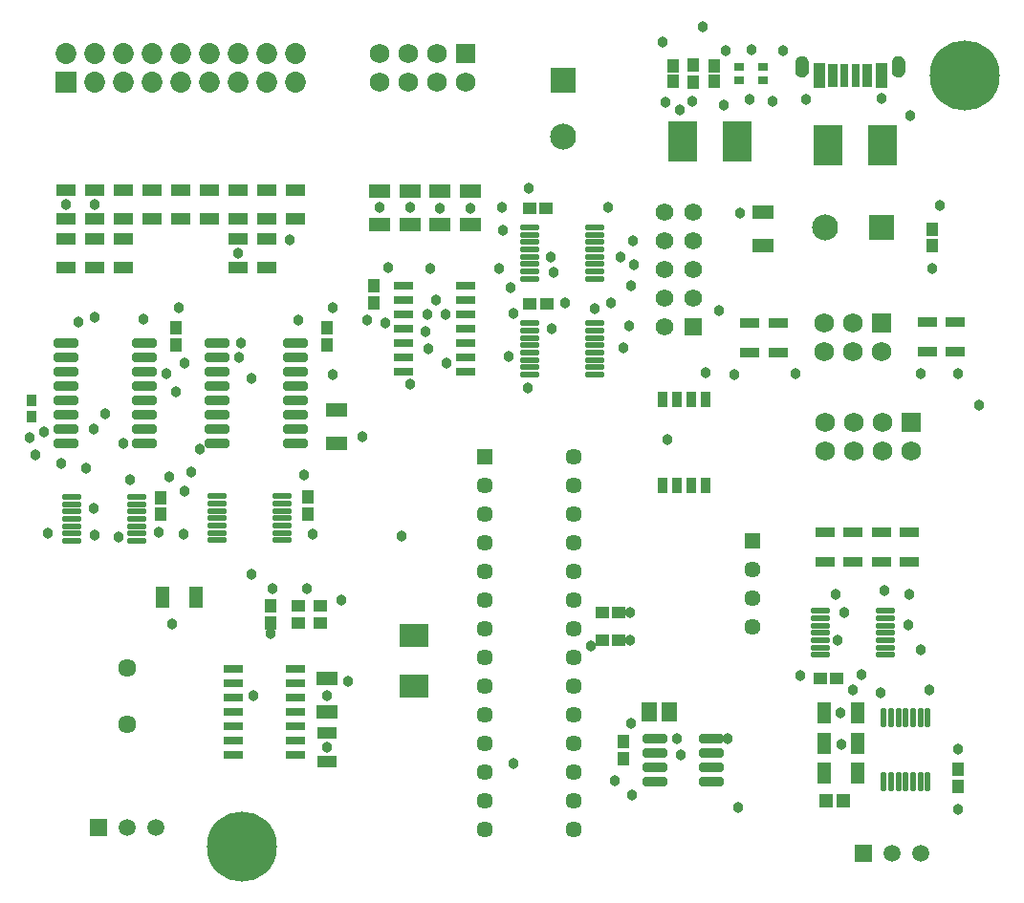
<source format=gts>
G04*
G04 #@! TF.GenerationSoftware,Altium Limited,Altium Designer,22.0.2 (36)*
G04*
G04 Layer_Color=8388736*
%FSLAX25Y25*%
%MOIN*%
G70*
G04*
G04 #@! TF.SameCoordinates,8DF1FA55-F0BE-4FEE-A998-D7D1BBD61996*
G04*
G04*
G04 #@! TF.FilePolarity,Negative*
G04*
G01*
G75*
%ADD19R,0.07087X0.04134*%
%ADD31R,0.03773X0.03961*%
%ADD32R,0.06528X0.03764*%
%ADD35R,0.03543X0.02953*%
G04:AMPARAMS|DCode=40|XSize=65.75mil|YSize=19.68mil|CornerRadius=3.94mil|HoleSize=0mil|Usage=FLASHONLY|Rotation=0.000|XOffset=0mil|YOffset=0mil|HoleType=Round|Shape=RoundedRectangle|*
%AMROUNDEDRECTD40*
21,1,0.06575,0.01181,0,0,0.0*
21,1,0.05787,0.01968,0,0,0.0*
1,1,0.00787,0.02894,-0.00591*
1,1,0.00787,-0.02894,-0.00591*
1,1,0.00787,-0.02894,0.00591*
1,1,0.00787,0.02894,0.00591*
%
%ADD40ROUNDEDRECTD40*%
G04:AMPARAMS|DCode=41|XSize=65.75mil|YSize=20.08mil|CornerRadius=3.99mil|HoleSize=0mil|Usage=FLASHONLY|Rotation=180.000|XOffset=0mil|YOffset=0mil|HoleType=Round|Shape=RoundedRectangle|*
%AMROUNDEDRECTD41*
21,1,0.06575,0.01211,0,0,180.0*
21,1,0.05778,0.02008,0,0,180.0*
1,1,0.00797,-0.02889,0.00605*
1,1,0.00797,0.02889,0.00605*
1,1,0.00797,0.02889,-0.00605*
1,1,0.00797,-0.02889,-0.00605*
%
%ADD41ROUNDEDRECTD41*%
G04:AMPARAMS|DCode=42|XSize=65.75mil|YSize=20.08mil|CornerRadius=3.99mil|HoleSize=0mil|Usage=FLASHONLY|Rotation=270.000|XOffset=0mil|YOffset=0mil|HoleType=Round|Shape=RoundedRectangle|*
%AMROUNDEDRECTD42*
21,1,0.06575,0.01211,0,0,270.0*
21,1,0.05778,0.02008,0,0,270.0*
1,1,0.00797,-0.00605,-0.02889*
1,1,0.00797,-0.00605,0.02889*
1,1,0.00797,0.00605,0.02889*
1,1,0.00797,0.00605,-0.02889*
%
%ADD42ROUNDEDRECTD42*%
%ADD43R,0.04461X0.04540*%
%ADD44R,0.06700X0.03000*%
%ADD45R,0.07769X0.04934*%
%ADD46R,0.03386X0.05394*%
%ADD47R,0.03792X0.05800*%
%ADD48R,0.05367X0.06587*%
%ADD49R,0.04934X0.04737*%
%ADD50R,0.04934X0.07769*%
G04:AMPARAMS|DCode=51|XSize=85.56mil|YSize=31.62mil|CornerRadius=6.95mil|HoleSize=0mil|Usage=FLASHONLY|Rotation=0.000|XOffset=0mil|YOffset=0mil|HoleType=Round|Shape=RoundedRectangle|*
%AMROUNDEDRECTD51*
21,1,0.08556,0.01772,0,0,0.0*
21,1,0.07165,0.03162,0,0,0.0*
1,1,0.01391,0.03583,-0.00886*
1,1,0.01391,-0.03583,-0.00886*
1,1,0.01391,-0.03583,0.00886*
1,1,0.01391,0.03583,0.00886*
%
%ADD51ROUNDEDRECTD51*%
%ADD52R,0.04540X0.04461*%
%ADD53R,0.04619X0.04422*%
%ADD54R,0.10131X0.14068*%
G04:AMPARAMS|DCode=55|XSize=85.56mil|YSize=32.02mil|CornerRadius=7mil|HoleSize=0mil|Usage=FLASHONLY|Rotation=0.000|XOffset=0mil|YOffset=0mil|HoleType=Round|Shape=RoundedRectangle|*
%AMROUNDEDRECTD55*
21,1,0.08556,0.01801,0,0,0.0*
21,1,0.07156,0.03202,0,0,0.0*
1,1,0.01400,0.03578,-0.00901*
1,1,0.01400,-0.03578,-0.00901*
1,1,0.01400,-0.03578,0.00901*
1,1,0.01400,0.03578,0.00901*
%
%ADD55ROUNDEDRECTD55*%
%ADD56R,0.04461X0.04776*%
%ADD57R,0.03150X0.08268*%
%ADD58R,0.03543X0.08268*%
%ADD59R,0.04343X0.08674*%
%ADD60R,0.10249X0.08280*%
%ADD61C,0.24422*%
%ADD62C,0.05918*%
%ADD63R,0.05918X0.05918*%
%ADD64C,0.06343*%
%ADD65C,0.09068*%
%ADD66R,0.09068X0.09068*%
%ADD67R,0.06902X0.06902*%
%ADD68C,0.06902*%
%ADD69C,0.05682*%
%ADD70R,0.05682X0.05682*%
%ADD71C,0.06194*%
%ADD72R,0.06194X0.06194*%
%ADD73R,0.09068X0.09068*%
%ADD74C,0.05721*%
%ADD75R,0.05721X0.05721*%
%ADD76C,0.07296*%
%ADD77R,0.07296X0.07296*%
%ADD78C,0.03800*%
G36*
X636065Y487263D02*
X635942Y487273D01*
X635819Y487289D01*
X635698Y487312D01*
X635578Y487340D01*
X635459Y487375D01*
X635342Y487417D01*
X635228Y487464D01*
X635117Y487517D01*
X635008Y487576D01*
X634902Y487641D01*
X634800Y487711D01*
X634702Y487786D01*
X634608Y487867D01*
X634519Y487952D01*
X634434Y488041D01*
X634353Y488135D01*
X634278Y488234D01*
X634208Y488336D01*
X634143Y488441D01*
X634084Y488550D01*
X634031Y488661D01*
X633984Y488775D01*
X633942Y488892D01*
X633907Y489011D01*
X633878Y489131D01*
X633856Y489253D01*
X633840Y489375D01*
X633830Y489498D01*
X633827Y489622D01*
Y492378D01*
X633830Y492502D01*
X633840Y492625D01*
X633856Y492747D01*
X633878Y492869D01*
X633907Y492989D01*
X633942Y493108D01*
X633984Y493224D01*
X634031Y493339D01*
X634084Y493450D01*
X634143Y493559D01*
X634208Y493665D01*
X634278Y493766D01*
X634353Y493864D01*
X634434Y493959D01*
X634519Y494048D01*
X634608Y494133D01*
X634702Y494214D01*
X634800Y494289D01*
X634902Y494359D01*
X635008Y494424D01*
X635117Y494483D01*
X635228Y494536D01*
X635342Y494583D01*
X635459Y494625D01*
X635578Y494660D01*
X635698Y494689D01*
X635819Y494711D01*
X635942Y494727D01*
X636065Y494737D01*
X636189Y494740D01*
X636313Y494737D01*
X636436Y494727D01*
X636558Y494711D01*
X636680Y494689D01*
X636800Y494660D01*
X636919Y494625D01*
X637036Y494583D01*
X637150Y494536D01*
X637261Y494483D01*
X637370Y494424D01*
X637475Y494359D01*
X637577Y494289D01*
X637676Y494214D01*
X637770Y494133D01*
X637859Y494048D01*
X637944Y493959D01*
X638025Y493864D01*
X638100Y493766D01*
X638170Y493665D01*
X638235Y493559D01*
X638294Y493450D01*
X638347Y493339D01*
X638394Y493224D01*
X638436Y493108D01*
X638471Y492989D01*
X638500Y492869D01*
X638522Y492747D01*
X638538Y492625D01*
X638548Y492502D01*
X638551Y492378D01*
Y489622D01*
X638548Y489498D01*
X638538Y489375D01*
X638522Y489253D01*
X638500Y489131D01*
X638471Y489011D01*
X638436Y488892D01*
X638394Y488775D01*
X638347Y488661D01*
X638294Y488550D01*
X638235Y488441D01*
X638170Y488336D01*
X638100Y488234D01*
X638025Y488135D01*
X637944Y488041D01*
X637859Y487952D01*
X637770Y487867D01*
X637676Y487786D01*
X637577Y487711D01*
X637475Y487641D01*
X637370Y487576D01*
X637261Y487517D01*
X637150Y487464D01*
X637036Y487417D01*
X636919Y487375D01*
X636800Y487340D01*
X636680Y487312D01*
X636558Y487289D01*
X636436Y487273D01*
X636313Y487263D01*
X636189Y487260D01*
X636065Y487263D01*
D02*
G37*
G36*
X669687D02*
X669564Y487273D01*
X669442Y487289D01*
X669320Y487312D01*
X669200Y487340D01*
X669081Y487375D01*
X668964Y487417D01*
X668850Y487464D01*
X668739Y487517D01*
X668630Y487576D01*
X668525Y487641D01*
X668423Y487711D01*
X668324Y487786D01*
X668230Y487867D01*
X668141Y487952D01*
X668056Y488041D01*
X667975Y488135D01*
X667900Y488234D01*
X667830Y488336D01*
X667765Y488441D01*
X667706Y488550D01*
X667653Y488661D01*
X667606Y488775D01*
X667564Y488892D01*
X667529Y489011D01*
X667500Y489131D01*
X667478Y489253D01*
X667462Y489375D01*
X667452Y489498D01*
X667449Y489622D01*
Y492378D01*
X667452Y492502D01*
X667462Y492625D01*
X667478Y492747D01*
X667500Y492869D01*
X667529Y492989D01*
X667564Y493108D01*
X667606Y493224D01*
X667653Y493339D01*
X667706Y493450D01*
X667765Y493559D01*
X667830Y493665D01*
X667900Y493766D01*
X667975Y493864D01*
X668056Y493959D01*
X668141Y494048D01*
X668230Y494133D01*
X668324Y494214D01*
X668423Y494289D01*
X668525Y494359D01*
X668630Y494424D01*
X668739Y494483D01*
X668850Y494536D01*
X668964Y494583D01*
X669081Y494625D01*
X669200Y494660D01*
X669320Y494689D01*
X669442Y494711D01*
X669564Y494727D01*
X669687Y494737D01*
X669811Y494740D01*
X669935Y494737D01*
X670058Y494727D01*
X670181Y494711D01*
X670302Y494689D01*
X670422Y494660D01*
X670541Y494625D01*
X670658Y494583D01*
X670772Y494536D01*
X670883Y494483D01*
X670992Y494424D01*
X671098Y494359D01*
X671200Y494289D01*
X671298Y494214D01*
X671392Y494133D01*
X671481Y494048D01*
X671566Y493959D01*
X671647Y493864D01*
X671722Y493766D01*
X671792Y493665D01*
X671857Y493559D01*
X671916Y493450D01*
X671969Y493339D01*
X672016Y493224D01*
X672058Y493108D01*
X672093Y492989D01*
X672122Y492869D01*
X672144Y492747D01*
X672160Y492625D01*
X672170Y492502D01*
X672173Y492378D01*
Y489622D01*
X672170Y489498D01*
X672160Y489375D01*
X672144Y489253D01*
X672122Y489131D01*
X672093Y489011D01*
X672058Y488892D01*
X672016Y488775D01*
X671969Y488661D01*
X671916Y488550D01*
X671857Y488441D01*
X671792Y488336D01*
X671722Y488234D01*
X671647Y488135D01*
X671566Y488041D01*
X671481Y487952D01*
X671392Y487867D01*
X671298Y487786D01*
X671200Y487711D01*
X671098Y487641D01*
X670992Y487576D01*
X670883Y487517D01*
X670772Y487464D01*
X670658Y487417D01*
X670541Y487375D01*
X670422Y487340D01*
X670302Y487312D01*
X670181Y487289D01*
X670058Y487273D01*
X669935Y487263D01*
X669811Y487260D01*
X669687Y487263D01*
D02*
G37*
D19*
X470500Y258520D02*
D03*
Y248480D02*
D03*
X409500Y437980D02*
D03*
Y448020D02*
D03*
X399500Y420980D02*
D03*
Y431020D02*
D03*
X439500Y420980D02*
D03*
Y431020D02*
D03*
X419500Y437980D02*
D03*
Y448020D02*
D03*
X379500Y420980D02*
D03*
Y431020D02*
D03*
X389500Y420980D02*
D03*
Y431020D02*
D03*
X399500Y448020D02*
D03*
Y437980D02*
D03*
X379500Y448020D02*
D03*
Y437980D02*
D03*
X389500Y448020D02*
D03*
Y437980D02*
D03*
X449500Y431020D02*
D03*
Y420980D02*
D03*
X459500Y448020D02*
D03*
Y437980D02*
D03*
X439500Y448020D02*
D03*
Y437980D02*
D03*
X429500Y448020D02*
D03*
Y437980D02*
D03*
X449500Y448020D02*
D03*
Y437980D02*
D03*
D31*
X367500Y368980D02*
D03*
Y374500D02*
D03*
D32*
X644173Y318279D02*
D03*
Y328721D02*
D03*
X663858Y318279D02*
D03*
Y328721D02*
D03*
X653858Y318279D02*
D03*
Y328721D02*
D03*
X673500Y318279D02*
D03*
Y328721D02*
D03*
X689500Y391500D02*
D03*
Y401942D02*
D03*
X618000Y391279D02*
D03*
Y401721D02*
D03*
X680000Y391500D02*
D03*
Y401942D02*
D03*
X628000Y391279D02*
D03*
Y401721D02*
D03*
D35*
X622637Y486276D02*
D03*
Y491000D02*
D03*
X614137Y486276D02*
D03*
Y491000D02*
D03*
D40*
X432201Y325823D02*
D03*
Y328382D02*
D03*
Y330941D02*
D03*
Y333500D02*
D03*
Y336059D02*
D03*
Y338618D02*
D03*
Y341177D02*
D03*
X454799D02*
D03*
Y338618D02*
D03*
Y336059D02*
D03*
Y333500D02*
D03*
Y330941D02*
D03*
Y328382D02*
D03*
Y325823D02*
D03*
X404299Y325610D02*
D03*
Y328169D02*
D03*
Y330728D02*
D03*
Y333287D02*
D03*
Y335846D02*
D03*
Y338406D02*
D03*
Y340965D02*
D03*
X381701D02*
D03*
Y338406D02*
D03*
Y335846D02*
D03*
Y333287D02*
D03*
Y330728D02*
D03*
Y328169D02*
D03*
Y325610D02*
D03*
D41*
X642701Y285823D02*
D03*
Y288382D02*
D03*
Y290941D02*
D03*
Y293500D02*
D03*
Y296059D02*
D03*
Y298618D02*
D03*
Y301177D02*
D03*
X665299D02*
D03*
Y298618D02*
D03*
Y296059D02*
D03*
Y293500D02*
D03*
Y290941D02*
D03*
Y288382D02*
D03*
Y285823D02*
D03*
X564000Y435000D02*
D03*
Y432441D02*
D03*
Y429882D02*
D03*
Y427323D02*
D03*
Y424764D02*
D03*
Y422205D02*
D03*
Y419646D02*
D03*
Y417087D02*
D03*
X541402D02*
D03*
Y419646D02*
D03*
Y422205D02*
D03*
Y424764D02*
D03*
Y427323D02*
D03*
Y429882D02*
D03*
Y432441D02*
D03*
Y435000D02*
D03*
X564000Y401500D02*
D03*
Y398941D02*
D03*
Y396382D02*
D03*
Y393823D02*
D03*
Y391264D02*
D03*
Y388705D02*
D03*
Y386146D02*
D03*
Y383587D02*
D03*
X541402D02*
D03*
Y386146D02*
D03*
Y388705D02*
D03*
Y391264D02*
D03*
Y393823D02*
D03*
Y396382D02*
D03*
Y398941D02*
D03*
Y401500D02*
D03*
D42*
X680059Y264098D02*
D03*
X677500D02*
D03*
X674941D02*
D03*
X672382D02*
D03*
X669823D02*
D03*
X667264D02*
D03*
X664705D02*
D03*
Y241500D02*
D03*
X667264D02*
D03*
X669823D02*
D03*
X672382D02*
D03*
X674941D02*
D03*
X677500D02*
D03*
X680059D02*
D03*
D43*
X451000Y297000D02*
D03*
Y302811D02*
D03*
X574000Y255500D02*
D03*
Y249689D02*
D03*
X690500Y245905D02*
D03*
Y240094D02*
D03*
X487000Y414500D02*
D03*
Y408689D02*
D03*
X412500Y334882D02*
D03*
Y340693D02*
D03*
X464000Y340906D02*
D03*
Y335094D02*
D03*
X418000Y399906D02*
D03*
Y394094D02*
D03*
X470500Y399906D02*
D03*
Y394094D02*
D03*
X598137Y485732D02*
D03*
Y491543D02*
D03*
D44*
X437900Y281000D02*
D03*
Y276000D02*
D03*
Y271000D02*
D03*
Y266000D02*
D03*
Y261000D02*
D03*
Y256000D02*
D03*
Y251000D02*
D03*
X459500D02*
D03*
Y256000D02*
D03*
Y261000D02*
D03*
Y266000D02*
D03*
Y271000D02*
D03*
Y276000D02*
D03*
Y281000D02*
D03*
X518800Y414500D02*
D03*
Y409500D02*
D03*
Y404500D02*
D03*
Y399500D02*
D03*
Y394500D02*
D03*
Y389500D02*
D03*
Y384500D02*
D03*
X497200D02*
D03*
Y389500D02*
D03*
Y394500D02*
D03*
Y399500D02*
D03*
Y404500D02*
D03*
Y409500D02*
D03*
Y414500D02*
D03*
D45*
X470500Y266000D02*
D03*
Y277693D02*
D03*
X520500Y447744D02*
D03*
Y436051D02*
D03*
X499500Y447744D02*
D03*
Y436051D02*
D03*
X510000Y447744D02*
D03*
Y436051D02*
D03*
X489000Y447744D02*
D03*
Y436051D02*
D03*
X474000Y359567D02*
D03*
Y371260D02*
D03*
X622637Y440346D02*
D03*
Y428654D02*
D03*
D46*
X587500Y345059D02*
D03*
Y374941D02*
D03*
X602500Y345059D02*
D03*
Y374941D02*
D03*
D47*
X592500Y345059D02*
D03*
Y374941D02*
D03*
X597500Y345059D02*
D03*
Y374941D02*
D03*
D48*
X583055Y266000D02*
D03*
X589945D02*
D03*
D49*
X650453Y235000D02*
D03*
X644547D02*
D03*
D50*
X655610Y244500D02*
D03*
X643917D02*
D03*
X655610Y265500D02*
D03*
X643917D02*
D03*
Y255000D02*
D03*
X655610D02*
D03*
X424847Y306000D02*
D03*
X413154D02*
D03*
D51*
X604449Y256500D02*
D03*
Y251500D02*
D03*
Y246500D02*
D03*
Y241500D02*
D03*
X585000D02*
D03*
Y246500D02*
D03*
Y251500D02*
D03*
Y256500D02*
D03*
D52*
X541095Y441500D02*
D03*
X546906D02*
D03*
X642595Y277500D02*
D03*
X648406D02*
D03*
X541402Y408154D02*
D03*
X547213D02*
D03*
X572406Y291000D02*
D03*
X566594D02*
D03*
X572406Y300500D02*
D03*
X566594D02*
D03*
D53*
X460500Y303102D02*
D03*
Y297000D02*
D03*
X468299Y303102D02*
D03*
Y297000D02*
D03*
D54*
X613469Y465000D02*
D03*
X594532D02*
D03*
X645236Y463500D02*
D03*
X664173D02*
D03*
D55*
X432217Y394500D02*
D03*
Y389500D02*
D03*
Y384500D02*
D03*
Y379500D02*
D03*
Y374500D02*
D03*
Y369500D02*
D03*
Y364500D02*
D03*
Y359500D02*
D03*
X459500D02*
D03*
Y364500D02*
D03*
Y369500D02*
D03*
Y374500D02*
D03*
Y379500D02*
D03*
Y384500D02*
D03*
Y389500D02*
D03*
Y394500D02*
D03*
X379500D02*
D03*
Y389500D02*
D03*
Y384500D02*
D03*
Y379500D02*
D03*
Y374500D02*
D03*
Y369500D02*
D03*
Y364500D02*
D03*
Y359500D02*
D03*
X406783D02*
D03*
Y364500D02*
D03*
Y369500D02*
D03*
Y374500D02*
D03*
Y379500D02*
D03*
Y384500D02*
D03*
Y389500D02*
D03*
Y394500D02*
D03*
D56*
X591137Y491429D02*
D03*
Y485846D02*
D03*
X605637D02*
D03*
Y491429D02*
D03*
X681500Y428654D02*
D03*
Y434236D02*
D03*
D57*
X654968Y487850D02*
D03*
X651031D02*
D03*
D58*
X658984D02*
D03*
X647016D02*
D03*
D59*
X663827D02*
D03*
X642173D02*
D03*
D60*
X501000Y275000D02*
D03*
Y292716D02*
D03*
D61*
X441000Y219000D02*
D03*
X693000Y488000D02*
D03*
D62*
X411000Y225500D02*
D03*
X401000D02*
D03*
X667500Y216500D02*
D03*
X677500D02*
D03*
D63*
X391000Y225500D02*
D03*
X657500Y216500D02*
D03*
D64*
X401000Y261657D02*
D03*
Y281343D02*
D03*
D65*
X553000Y466591D02*
D03*
X644173Y435000D02*
D03*
D66*
X553000Y486276D02*
D03*
D67*
X518800Y495500D02*
D03*
X674173Y367000D02*
D03*
X663858Y401500D02*
D03*
D68*
X518800Y485500D02*
D03*
X508800Y495500D02*
D03*
X498800D02*
D03*
X508800Y485500D02*
D03*
X498800D02*
D03*
X488800Y495500D02*
D03*
Y485500D02*
D03*
X644173Y357000D02*
D03*
Y367000D02*
D03*
X654173Y357000D02*
D03*
X664173D02*
D03*
X654173Y367000D02*
D03*
X664173D02*
D03*
X674173Y357000D02*
D03*
X643858Y391500D02*
D03*
X653858D02*
D03*
X663858D02*
D03*
X643858Y401500D02*
D03*
X653858D02*
D03*
D69*
X619000Y295500D02*
D03*
Y305500D02*
D03*
Y315500D02*
D03*
D70*
Y325500D02*
D03*
D71*
X588137Y440346D02*
D03*
X598137D02*
D03*
X588137Y430346D02*
D03*
X598137D02*
D03*
X588137Y420346D02*
D03*
X598137D02*
D03*
X588137Y410346D02*
D03*
X598137D02*
D03*
X588137Y400346D02*
D03*
D72*
X598137D02*
D03*
D73*
X663858Y435000D02*
D03*
D74*
X556500Y355000D02*
D03*
Y345000D02*
D03*
Y335000D02*
D03*
Y325000D02*
D03*
Y315000D02*
D03*
Y305000D02*
D03*
Y295000D02*
D03*
Y285000D02*
D03*
Y275000D02*
D03*
Y265000D02*
D03*
Y255000D02*
D03*
Y245000D02*
D03*
Y235000D02*
D03*
Y225000D02*
D03*
X525500D02*
D03*
Y235000D02*
D03*
Y245000D02*
D03*
Y255000D02*
D03*
Y265000D02*
D03*
Y275000D02*
D03*
Y285000D02*
D03*
Y295000D02*
D03*
Y305000D02*
D03*
Y315000D02*
D03*
Y325000D02*
D03*
Y335000D02*
D03*
Y345000D02*
D03*
D75*
Y355000D02*
D03*
D76*
X439500Y495500D02*
D03*
Y485500D02*
D03*
X409500Y495500D02*
D03*
Y485500D02*
D03*
X399500Y495500D02*
D03*
Y485500D02*
D03*
X379500Y495500D02*
D03*
X389500Y485500D02*
D03*
Y495500D02*
D03*
X419500Y485500D02*
D03*
Y495500D02*
D03*
X429500Y485500D02*
D03*
Y495500D02*
D03*
X449500Y485500D02*
D03*
X459500D02*
D03*
X449500Y495500D02*
D03*
X459500D02*
D03*
D77*
X379500Y485500D02*
D03*
D78*
X483000Y362000D02*
D03*
X506086Y392614D02*
D03*
X505500Y404614D02*
D03*
X512393Y387607D02*
D03*
X504900Y398614D02*
D03*
X512000Y404500D02*
D03*
X398000Y327000D02*
D03*
X389500Y327500D02*
D03*
X535500Y248000D02*
D03*
X402000Y347000D02*
D03*
X472500Y407000D02*
D03*
X460500Y402500D02*
D03*
X637500Y479500D02*
D03*
X664000Y480000D02*
D03*
X635500Y278500D02*
D03*
X649500Y265500D02*
D03*
X650000Y254500D02*
D03*
X470500Y253500D02*
D03*
Y271500D02*
D03*
X445000D02*
D03*
X478000Y276500D02*
D03*
X451500Y309000D02*
D03*
X444200Y313900D02*
D03*
X475500Y305000D02*
D03*
X463500Y309000D02*
D03*
X421000Y343000D02*
D03*
X420500Y328025D02*
D03*
X412000Y328500D02*
D03*
X520500Y441500D02*
D03*
X510000D02*
D03*
X489000Y442000D02*
D03*
X499500D02*
D03*
X541000Y448500D02*
D03*
X568500Y442000D02*
D03*
X614500Y440000D02*
D03*
X681500Y420500D02*
D03*
X690500Y384000D02*
D03*
X677500D02*
D03*
X634000D02*
D03*
X612500Y383500D02*
D03*
X674000Y474000D02*
D03*
X626000Y479000D02*
D03*
X618000Y479500D02*
D03*
X629500Y496500D02*
D03*
X618500Y497000D02*
D03*
X609500Y496500D02*
D03*
X587500Y499500D02*
D03*
X601500Y505000D02*
D03*
X593500Y476000D02*
D03*
X598000Y479000D02*
D03*
X588500Y478500D02*
D03*
X457500Y430500D02*
D03*
X492000Y421000D02*
D03*
X506500Y420500D02*
D03*
X508500Y409500D02*
D03*
X484500Y402500D02*
D03*
X491000Y401500D02*
D03*
X472500Y383500D02*
D03*
X440000Y389500D02*
D03*
X419000Y407000D02*
D03*
X421000Y387500D02*
D03*
X414500Y384000D02*
D03*
X406500Y403000D02*
D03*
X384000Y402000D02*
D03*
X389500Y403500D02*
D03*
X386500Y351000D02*
D03*
X378000Y352500D02*
D03*
X372000Y363500D02*
D03*
X367000Y361500D02*
D03*
X369000Y355500D02*
D03*
X569500Y408500D02*
D03*
X576500Y414500D02*
D03*
X577500Y422000D02*
D03*
X576012Y400600D02*
D03*
X574012Y393034D02*
D03*
X564000Y406500D02*
D03*
X553500Y408500D02*
D03*
X549000Y399500D02*
D03*
X663500Y272500D02*
D03*
X654040Y273540D02*
D03*
X657000Y279000D02*
D03*
X532000Y434000D02*
D03*
X549629Y419129D02*
D03*
X548500Y424500D02*
D03*
X573000D02*
D03*
X534500Y414000D02*
D03*
X530507Y420493D02*
D03*
X535759Y404941D02*
D03*
X531500Y442000D02*
D03*
X415500Y348000D02*
D03*
X540500Y379000D02*
D03*
X534000Y390000D02*
D03*
X673500Y307000D02*
D03*
X651000Y300500D02*
D03*
X648000Y307000D02*
D03*
X389500Y443000D02*
D03*
X418000Y377500D02*
D03*
X379500Y443000D02*
D03*
X462500Y348500D02*
D03*
X465500Y328000D02*
D03*
X416500Y296500D02*
D03*
X373300Y328169D02*
D03*
X690500Y253000D02*
D03*
Y232000D02*
D03*
X594000Y251000D02*
D03*
X614000Y232500D02*
D03*
X592500Y256500D02*
D03*
X576500Y262000D02*
D03*
X571000Y242000D02*
D03*
X577000Y237000D02*
D03*
X607200Y406100D02*
D03*
X499700Y380400D02*
D03*
X589400Y361100D02*
D03*
X389300Y336900D02*
D03*
X697800Y372900D02*
D03*
X496700Y327400D02*
D03*
X602500Y384200D02*
D03*
X399500Y359500D02*
D03*
X389300Y364500D02*
D03*
X393300Y370000D02*
D03*
X665000Y308200D02*
D03*
X677500Y287600D02*
D03*
X673400Y296400D02*
D03*
X648550Y290900D02*
D03*
X680500Y273659D02*
D03*
X577200Y430400D02*
D03*
X444100Y382300D02*
D03*
X423300Y349600D02*
D03*
X440700Y394500D02*
D03*
X439500Y426000D02*
D03*
X426339Y357500D02*
D03*
X562724Y289000D02*
D03*
X610327Y256500D02*
D03*
X451000Y293130D02*
D03*
X576276Y291000D02*
D03*
Y300500D02*
D03*
X609000Y477494D02*
D03*
X684400Y442589D02*
D03*
M02*

</source>
